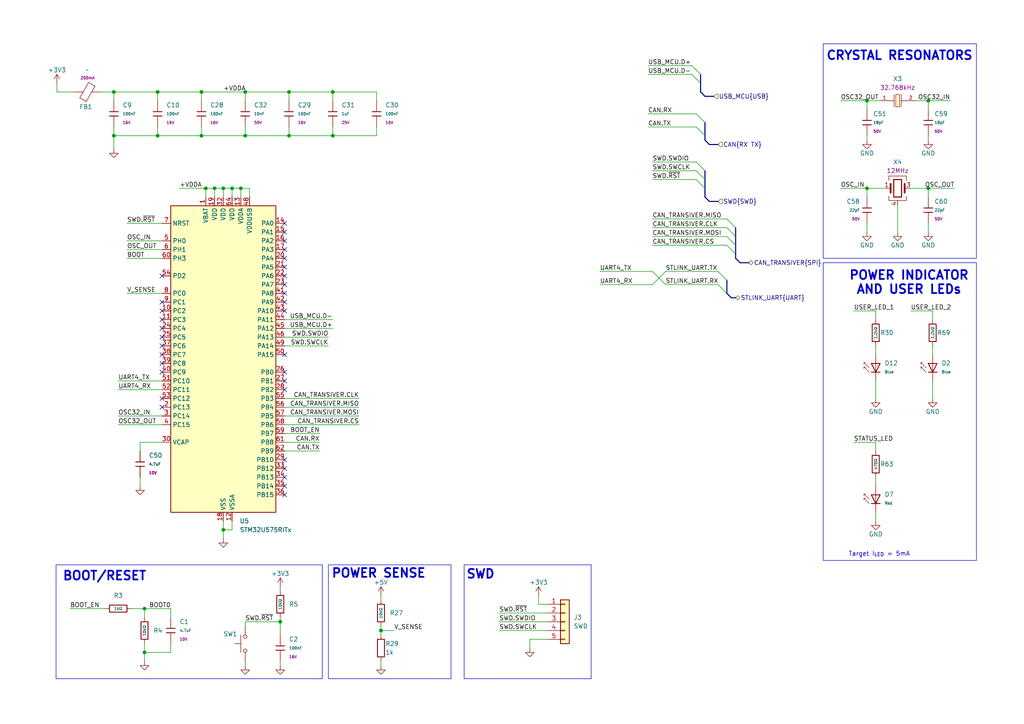
<source format=kicad_sch>
(kicad_sch (version 20231120) (generator "eeschema") (generator_version "8.0")
  (paper "A4")
  (title_block (title "MCU") (date "2025-01-10") (rev "1.0") (company "Patryk Dudziński") (comment 1 "Referenced on desing from Artem Horiunov, Dominik Pluta"))
  (junction (at 96.52 39.37))
  (junction (at 33.02 26.67))
  (junction (at 81.28 180.34))
  (junction (at 41.91 189.23))
  (junction (at 33.02 39.37))
  (junction (at 64.77 54.61))
  (junction (at 96.52 26.67))
  (junction (at 83.82 26.67))
  (junction (at 45.72 39.37))
  (junction (at 71.12 26.67))
  (junction (at 41.91 176.53))
  (junction (at 45.72 26.67))
  (junction (at 62.23 54.61))
  (junction (at 269.24 29.21))
  (junction (at 59.69 54.61))
  (junction (at 83.82 39.37))
  (junction (at 69.85 54.61))
  (junction (at 251.46 29.21))
  (junction (at 67.31 54.61))
  (junction (at 58.42 39.37))
  (junction (at 71.12 39.37))
  (junction (at 251.46 54.61))
  (junction (at 58.42 26.67))
  (junction (at 269.24 54.61))
  (junction (at 110.49 182.88))
  (junction (at 64.77 153.67))
  (no_connect (at 46.99 102.87))
  (no_connect (at 46.99 97.79))
  (no_connect (at 46.99 107.95))
  (no_connect (at 82.55 140.97))
  (no_connect (at 82.55 69.85))
  (no_connect (at 82.55 82.55))
  (no_connect (at 82.55 90.17))
  (no_connect (at 82.55 138.43))
  (no_connect (at 82.55 72.39))
  (no_connect (at 82.55 102.87))
  (no_connect (at 82.55 67.31))
  (no_connect (at 82.55 133.35))
  (no_connect (at 46.99 92.71))
  (no_connect (at 46.99 80.01))
  (no_connect (at 82.55 64.77))
  (no_connect (at 82.55 135.89))
  (no_connect (at 82.55 85.09))
  (no_connect (at 82.55 113.03))
  (no_connect (at 46.99 87.63))
  (no_connect (at 46.99 115.57))
  (no_connect (at 46.99 100.33))
  (no_connect (at 46.99 118.11))
  (no_connect (at 82.55 87.63))
  (no_connect (at 82.55 107.95))
  (no_connect (at 46.99 90.17))
  (no_connect (at 82.55 80.01))
  (no_connect (at 46.99 105.41))
  (no_connect (at 82.55 77.47))
  (no_connect (at 82.55 143.51))
  (no_connect (at 82.55 110.49))
  (no_connect (at 82.55 74.93))
  (no_connect (at 46.99 95.25))
  (bus_entry (at 201.93 46.99) (size 2.54 2.54))
  (bus_entry (at 213.36 73.66) (size -2.54 -2.54))
  (bus_entry (at 204.47 39.37) (size -2.54 -2.54))
  (bus_entry (at 203.2 24.13) (size -2.54 -2.54))
  (bus_entry (at 213.36 71.12) (size -2.54 -2.54))
  (bus_entry (at 201.93 49.53) (size 2.54 2.54))
  (bus_entry (at 210.82 85.09) (size -2.54 -2.54))
  (bus_entry (at 201.93 52.07) (size 2.54 2.54))
  (bus_entry (at 204.47 35.56) (size -2.54 -2.54))
  (bus_entry (at 203.2 21.59) (size -2.54 -2.54))
  (bus_entry (at 213.36 68.58) (size -2.54 -2.54))
  (bus_entry (at 213.36 66.04) (size -2.54 -2.54))
  (bus_entry (at 210.82 81.28) (size -2.54 -2.54))
  (wire (pts (xy 156.21 175.26) (xy 156.21 172.72)))
  (wire (pts (xy 158.75 185.42) (xy 153.67 185.42)))
  (bus (pts (xy 204.47 54.61) (xy 204.47 57.15)))
  (wire (pts (xy 158.75 175.26) (xy 156.21 175.26)))
  (wire (pts (xy 62.23 54.61) (xy 62.23 57.15)))
  (wire (pts (xy 71.12 193.04) (xy 71.12 191.77)))
  (wire (pts (xy 269.24 67.31) (xy 269.24 64.77)))
  (bus (pts (xy 213.36 74.93) (xy 213.36 73.66)))
  (bus (pts (xy 214.63 76.2) (xy 213.36 74.93)))
  (wire (pts (xy 173.99 82.55) (xy 189.23 82.55)))
  (bus (pts (xy 204.47 27.94) (xy 207.01 27.94)))
  (wire (pts (xy 41.91 189.23) (xy 41.91 191.77)))
  (wire (pts (xy 83.82 39.37) (xy 96.52 39.37)))
  (wire (pts (xy 81.28 180.34) (xy 81.28 184.15)))
  (bus (pts (xy 212.09 86.36) (xy 213.36 86.36)))
  (wire (pts (xy 110.49 181.61) (xy 110.49 182.88)))
  (wire (pts (xy 69.85 54.61) (xy 67.31 54.61)))
  (wire (pts (xy 64.77 151.13) (xy 64.77 153.67)))
  (wire (pts (xy 83.82 26.67) (xy 83.82 29.21)))
  (wire (pts (xy 254 100.33) (xy 254 102.87)))
  (wire (pts (xy 109.22 26.67) (xy 109.22 29.21)))
  (wire (pts (xy 251.46 40.64) (xy 251.46 39.37)))
  (wire (pts (xy 251.46 29.21) (xy 255.27 29.21)))
  (bus (pts (xy 213.36 66.04) (xy 213.36 68.58)))
  (wire (pts (xy 189.23 49.53) (xy 201.93 49.53)))
  (wire (pts (xy 251.46 54.61) (xy 256.54 54.61)))
  (wire (pts (xy 104.14 118.11) (xy 82.55 118.11)))
  (bus (pts (xy 205.74 41.91) (xy 208.28 41.91)))
  (wire (pts (xy 33.02 39.37) (xy 45.72 39.37)))
  (wire (pts (xy 29.21 26.67) (xy 33.02 26.67)))
  (wire (pts (xy 41.91 189.23) (xy 49.53 189.23)))
  (wire (pts (xy 269.24 54.61) (xy 276.86 54.61)))
  (bus (pts (xy 213.36 68.58) (xy 213.36 71.12)))
  (wire (pts (xy 59.69 54.61) (xy 59.69 57.15)))
  (wire (pts (xy 251.46 29.21) (xy 251.46 31.75)))
  (bus (pts (xy 205.74 41.91) (xy 204.47 40.64)))
  (bus (pts (xy 203.2 24.13) (xy 203.2 26.67)))
  (wire (pts (xy 67.31 54.61) (xy 64.77 54.61)))
  (wire (pts (xy 82.55 125.73) (xy 92.71 125.73)))
  (bus (pts (xy 205.74 58.42) (xy 204.47 57.15)))
  (wire (pts (xy 254 138.43) (xy 254 140.97)))
  (wire (pts (xy 82.55 100.33) (xy 95.25 100.33)))
  (wire (pts (xy 189.23 52.07) (xy 201.93 52.07)))
  (wire (pts (xy 193.04 78.74) (xy 189.23 82.55)))
  (wire (pts (xy 243.84 29.21) (xy 251.46 29.21)))
  (wire (pts (xy 36.83 69.85) (xy 46.99 69.85)))
  (wire (pts (xy 144.78 177.8) (xy 158.75 177.8)))
  (wire (pts (xy 193.04 82.55) (xy 208.28 82.55)))
  (wire (pts (xy 16.51 26.67) (xy 16.51 24.13)))
  (wire (pts (xy 104.14 123.19) (xy 82.55 123.19)))
  (wire (pts (xy 64.77 156.21) (xy 64.77 153.67)))
  (wire (pts (xy 33.02 36.83) (xy 33.02 39.37)))
  (wire (pts (xy 71.12 26.67) (xy 71.12 29.21)))
  (bus (pts (xy 212.09 86.36) (xy 210.82 85.09)))
  (wire (pts (xy 110.49 191.77) (xy 110.49 193.04)))
  (wire (pts (xy 72.39 54.61) (xy 69.85 54.61)))
  (wire (pts (xy 187.96 33.02) (xy 201.93 33.02)))
  (wire (pts (xy 83.82 26.67) (xy 96.52 26.67)))
  (wire (pts (xy 40.64 138.43) (xy 40.64 140.97)))
  (wire (pts (xy 189.23 71.12) (xy 210.82 71.12)))
  (wire (pts (xy 82.55 95.25) (xy 96.52 95.25)))
  (wire (pts (xy 58.42 36.83) (xy 58.42 39.37)))
  (wire (pts (xy 254 110.49) (xy 254 115.57)))
  (wire (pts (xy 270.51 110.49) (xy 270.51 115.57)))
  (polyline (pts (xy 134.62 196.85) (xy 171.45 196.85)))
  (wire (pts (xy 82.55 97.79) (xy 95.25 97.79)))
  (wire (pts (xy 251.46 67.31) (xy 251.46 64.77)))
  (wire (pts (xy 109.22 36.83) (xy 109.22 39.37)))
  (wire (pts (xy 189.23 78.74) (xy 193.04 82.55)))
  (wire (pts (xy 71.12 180.34) (xy 71.12 181.61)))
  (wire (pts (xy 67.31 151.13) (xy 67.31 153.67)))
  (wire (pts (xy 71.12 39.37) (xy 83.82 39.37)))
  (bus (pts (xy 210.82 81.28) (xy 210.82 85.09)))
  (wire (pts (xy 104.14 115.57) (xy 82.55 115.57)))
  (wire (pts (xy 81.28 191.77) (xy 81.28 193.04)))
  (wire (pts (xy 41.91 186.69) (xy 41.91 189.23)))
  (wire (pts (xy 269.24 29.21) (xy 269.24 31.75)))
  (wire (pts (xy 254 130.81) (xy 254 128.27)))
  (wire (pts (xy 41.91 176.53) (xy 49.53 176.53)))
  (wire (pts (xy 45.72 39.37) (xy 58.42 39.37)))
  (wire (pts (xy 96.52 39.37) (xy 109.22 39.37)))
  (wire (pts (xy 189.23 46.99) (xy 201.93 46.99)))
  (wire (pts (xy 64.77 54.61) (xy 62.23 54.61)))
  (bus (pts (xy 204.47 27.94) (xy 203.2 26.67)))
  (wire (pts (xy 264.16 90.17) (xy 270.51 90.17)))
  (wire (pts (xy 173.99 78.74) (xy 189.23 78.74)))
  (wire (pts (xy 45.72 36.83) (xy 45.72 39.37)))
  (bus (pts (xy 204.47 52.07) (xy 204.47 54.61)))
  (wire (pts (xy 34.29 113.03) (xy 46.99 113.03)))
  (wire (pts (xy 82.55 128.27) (xy 92.71 128.27)))
  (bus (pts (xy 203.2 21.59) (xy 203.2 24.13)))
  (wire (pts (xy 58.42 39.37) (xy 71.12 39.37)))
  (wire (pts (xy 67.31 54.61) (xy 67.31 57.15)))
  (wire (pts (xy 36.83 85.09) (xy 46.99 85.09)))
  (wire (pts (xy 71.12 36.83) (xy 71.12 39.37)))
  (wire (pts (xy 72.39 57.15) (xy 72.39 54.61)))
  (wire (pts (xy 265.43 29.21) (xy 269.24 29.21)))
  (polyline (pts (xy 134.62 196.85) (xy 134.62 163.83)))
  (wire (pts (xy 21.59 26.67) (xy 16.51 26.67)))
  (wire (pts (xy 81.28 170.18) (xy 81.28 171.45)))
  (wire (pts (xy 36.83 72.39) (xy 46.99 72.39)))
  (wire (pts (xy 200.66 19.05) (xy 187.96 19.05)))
  (wire (pts (xy 254 90.17) (xy 254 92.71)))
  (wire (pts (xy 189.23 68.58) (xy 210.82 68.58)))
  (wire (pts (xy 52.07 54.61) (xy 59.69 54.61)))
  (wire (pts (xy 34.29 110.49) (xy 46.99 110.49)))
  (wire (pts (xy 243.84 54.61) (xy 251.46 54.61)))
  (wire (pts (xy 71.12 180.34) (xy 81.28 180.34)))
  (wire (pts (xy 110.49 182.88) (xy 114.3 182.88)))
  (wire (pts (xy 144.78 180.34) (xy 158.75 180.34)))
  (wire (pts (xy 264.16 54.61) (xy 269.24 54.61)))
  (bus (pts (xy 204.47 52.07) (xy 204.47 49.53)))
  (wire (pts (xy 46.99 64.77) (xy 36.83 64.77)))
  (wire (pts (xy 69.85 57.15) (xy 69.85 54.61)))
  (wire (pts (xy 41.91 176.53) (xy 41.91 179.07)))
  (wire (pts (xy 189.23 63.5) (xy 210.82 63.5)))
  (wire (pts (xy 260.35 59.69) (xy 260.35 67.31)))
  (polyline (pts (xy 134.62 163.83) (xy 171.45 163.83)))
  (wire (pts (xy 193.04 78.74) (xy 208.28 78.74)))
  (wire (pts (xy 45.72 26.67) (xy 45.72 29.21)))
  (wire (pts (xy 58.42 26.67) (xy 71.12 26.67)))
  (wire (pts (xy 96.52 26.67) (xy 96.52 29.21)))
  (wire (pts (xy 34.29 120.65) (xy 46.99 120.65)))
  (bus (pts (xy 217.17 76.2) (xy 214.63 76.2)))
  (wire (pts (xy 82.55 92.71) (xy 96.52 92.71)))
  (wire (pts (xy 187.96 36.83) (xy 201.93 36.83)))
  (wire (pts (xy 62.23 54.61) (xy 59.69 54.61)))
  (wire (pts (xy 82.55 130.81) (xy 92.71 130.81)))
  (bus (pts (xy 205.74 58.42) (xy 208.28 58.42)))
  (bus (pts (xy 213.36 71.12) (xy 213.36 73.66)))
  (wire (pts (xy 33.02 26.67) (xy 45.72 26.67)))
  (wire (pts (xy 49.53 179.07) (xy 49.53 176.53)))
  (bus (pts (xy 204.47 39.37) (xy 204.47 40.64)))
  (wire (pts (xy 96.52 36.83) (xy 96.52 39.37)))
  (wire (pts (xy 33.02 39.37) (xy 33.02 43.18)))
  (wire (pts (xy 270.51 100.33) (xy 270.51 102.87)))
  (wire (pts (xy 110.49 182.88) (xy 110.49 184.15)))
  (wire (pts (xy 270.51 92.71) (xy 270.51 90.17)))
  (wire (pts (xy 46.99 74.93) (xy 36.83 74.93)))
  (wire (pts (xy 189.23 66.04) (xy 210.82 66.04)))
  (wire (pts (xy 38.1 176.53) (xy 41.91 176.53)))
  (wire (pts (xy 247.65 90.17) (xy 254 90.17)))
  (wire (pts (xy 269.24 40.64) (xy 269.24 39.37)))
  (wire (pts (xy 40.64 130.81) (xy 40.64 128.27)))
  (wire (pts (xy 34.29 123.19) (xy 46.99 123.19)))
  (wire (pts (xy 33.02 26.67) (xy 33.02 29.21)))
  (wire (pts (xy 200.66 21.59) (xy 187.96 21.59)))
  (wire (pts (xy 58.42 26.67) (xy 58.42 29.21)))
  (wire (pts (xy 49.53 186.69) (xy 49.53 189.23)))
  (wire (pts (xy 40.64 128.27) (xy 46.99 128.27)))
  (polyline (pts (xy 171.45 163.83) (xy 171.45 196.85)))
  (wire (pts (xy 247.65 128.27) (xy 254 128.27)))
  (wire (pts (xy 71.12 26.67) (xy 83.82 26.67)))
  (bus (pts (xy 204.47 35.56) (xy 204.47 39.37)))
  (wire (pts (xy 64.77 153.67) (xy 67.31 153.67)))
  (wire (pts (xy 20.32 176.53) (xy 30.48 176.53)))
  (wire (pts (xy 96.52 26.67) (xy 109.22 26.67)))
  (wire (pts (xy 45.72 26.67) (xy 58.42 26.67)))
  (wire (pts (xy 269.24 29.21) (xy 275.59 29.21)))
  (wire (pts (xy 153.67 185.42) (xy 153.67 187.96)))
  (wire (pts (xy 110.49 172.72) (xy 110.49 173.99)))
  (wire (pts (xy 144.78 182.88) (xy 158.75 182.88)))
  (wire (pts (xy 81.28 179.07) (xy 81.28 180.34)))
  (wire (pts (xy 254 148.59) (xy 254 151.13)))
  (wire (pts (xy 64.77 54.61) (xy 64.77 57.15)))
  (wire (pts (xy 269.24 54.61) (xy 269.24 57.15)))
  (wire (pts (xy 83.82 36.83) (xy 83.82 39.37)))
  (wire (pts (xy 104.14 120.65) (xy 82.55 120.65)))
  (wire (pts (xy 251.46 54.61) (xy 251.46 57.15)))
  (rectangle (start 238.76 12.7) (end 283.21 74.93))
  (rectangle (start 16.256 163.83) (end 93.472 196.85))
  (rectangle (start 238.76 76.2) (end 283.21 162.56))
  (rectangle (start 95.25 163.83) (end 130.81 196.85))
  (text "CRYSTAL RESONATORS" (at 239.522 16.256 0) (effects (font (size 2.54 2.54) (thickness 0.508) (bold yes)) (justify left)))
  (text "POWER SENSE" (at 96.012 167.894 0) (effects (font (size 2.54 2.54) (thickness 0.508) (bold yes)) (justify left bottom)))
  (text "POWER INDICATOR\nAND USER LEDs" (at 263.652 82.042 0) (effects (font (size 2.54 2.54) (thickness 0.508) (bold yes))))
  (text "Target I_{LED} = 5mA" (at 255.016 160.782 0) (effects (font (size 1.27 1.27))))
  (text "BOOT/RESET" (at 18.034 168.656 0) (effects (font (size 2.54 2.54) (thickness 0.508) (bold yes)) (justify left bottom)))
  (text "SWD" (at 135.128 168.148 0) (effects (font (size 2.54 2.54) (thickness 0.508) (bold yes)) (justify left bottom)))
  (label "UART4_TX" (at 173.99 78.74 0))
  (label "OSC_IN" (at 243.84 54.61 0))
  (label "UART4_TX" (at 34.29 110.49 0))
  (label "SWD.SWCLK" (at 144.78 182.88 0))
  (label "UART4_RX" (at 34.29 113.03 0))
  (label "CAN_TRANSIVER.MOSI" (at 189.23 68.58 0))
  (label "OSC32_IN" (at 275.59 29.21 180))
  (label "OSC32_OUT" (at 243.84 29.21 0))
  (label "STATUS_LED" (at 247.65 128.27 0))
  (label "SWD.SWDIO" (at 189.23 46.99 0))
  (label "SWD.~{RST}" (at 144.78 177.8 0))
  (label "BOOT_EN" (at 92.71 125.73 180))
  (label "USER_LED_2" (at 264.16 90.17 0))
  (label "BOOT0" (at 49.53 176.53 180))
  (label "+VDDA" (at 64.77 26.67 0))
  (label "USER_LED_1" (at 247.65 90.17 0))
  (label "OSC_IN" (at 36.83 69.85 0))
  (label "CAN.TX" (at 187.96 36.83 0))
  (label "OSC_OUT" (at 276.86 54.61 180))
  (label "OSC_OUT" (at 36.83 72.39 0))
  (label "STLINK_UART.TX" (at 193.04 78.74 0))
  (label "UART4_RX" (at 173.99 82.55 0))
  (label "USB_MCU.D-" (at 96.52 92.71 180))
  (label "STLINK_UART.RX" (at 193.04 82.55 0))
  (label "USB_MCU.D+" (at 187.96 19.05 0))
  (label "CAN_TRANSIVER.CLK" (at 104.14 115.57 180))
  (label "SWD.~{RST}" (at 36.83 64.77 0))
  (label "CAN_TRANSIVER.MISO" (at 189.23 63.5 0))
  (label "CAN_TRANSIVER.MISO" (at 104.14 118.11 180))
  (label "+VDDA" (at 52.07 54.61 0))
  (label "SWD.SWCLK" (at 189.23 49.53 0))
  (label "SWD.~{RST}" (at 189.23 52.07 0))
  (label "CAN.RX" (at 187.96 33.02 0))
  (label "CAN_TRANSIVER.CLK" (at 189.23 66.04 0))
  (label "BOOT_EN" (at 20.32 176.53 0))
  (label "USB_MCU.D+" (at 96.52 95.25 180))
  (label "SWD.SWDIO" (at 95.25 97.79 180))
  (label "SWD.~{RST}" (at 71.12 180.34 0))
  (label "SWD.SWDIO" (at 144.78 180.34 0))
  (label "CAN.TX" (at 92.71 130.81 180))
  (label "CAN_TRANSIVER.CS" (at 189.23 71.12 0))
  (label "BOOT" (at 36.83 74.93 0))
  (label "CAN_TRANSIVER.CS" (at 104.14 123.19 180))
  (label "USB_MCU.D-" (at 187.96 21.59 0))
  (label "V_SENSE" (at 114.3 182.88 0))
  (label "OSC32_OUT" (at 34.29 123.19 0))
  (label "V_SENSE" (at 36.83 85.09 0))
  (label "CAN_TRANSIVER.MOSI" (at 104.14 120.65 180))
  (label "OSC32_IN" (at 34.29 120.65 0))
  (label "CAN.RX" (at 92.71 128.27 180))
  (label "SWD.SWCLK" (at 95.25 100.33 180))
  (hierarchical_label "CAN{RX TX}" (shape input) (at 208.28 41.91 0))
  (hierarchical_label "SWD{SWD}" (shape input) (at 208.28 58.42 0))
  (hierarchical_label "CAN_TRANSIVER{SPI}" (shape bidirectional) (at 217.17 76.2 0))
  (hierarchical_label "USB_MCU{USB}" (shape input) (at 207.01 27.94 0))
  (hierarchical_label "STLINK_UART{UART}" (shape bidirectional) (at 213.36 86.36 0))
  (symbol (lib_id "power:GND") (at 33.02 43.18 0) (unit 1)
    (property "Reference" "#PWR082" (effects (hide yes)))
    (property "Value" "GND" (effects (hide yes)))
  )
  (symbol (lib_id "PCM_JLCPCB-Diodes:LED,0603,Red") (at 254 144.78 0) (unit 1)
    (property "Reference" "D7" (at 256.54 143.4146 0) (effects (justify left)))
    (property "Value" "Red" (at 256.54 145.9547 0) (effects (font (size 0.8 0.8)) (justify left)))
    (property "Footprint" "PCM_JLCPCB:D_0603" (effects (hide yes)))
    (property "Datasheet" "https://www.lcsc.com/datasheet/lcsc_datasheet_1810231112_Hubei-KENTO-Elec-KT-0603R_C2286.pdf" (effects (hide yes)))
    (property "Description" "-40°C~+85°C Red 0603 LED Indication - Discrete ROHS" (effects (hide yes)))
    (property "LCSC" "C2286" (effects (hide yes)))
    (property "Stock" "2201692" (effects (hide yes)))
    (property "Price" "0.009USD" (effects (hide yes)))
    (property "Process" "SMT" (effects (hide yes)))
    (property "Minimum Qty" "20" (effects (hide yes)))
    (property "Attrition Qty" "6" (effects (hide yes)))
    (property "Class" "Basic Component" (effects (hide yes)))
    (property "Category" "Optocouplers & LEDs & Infrared,Light Emitting Diodes (LED)" (effects (hide yes)))
    (property "Manufacturer" "Hubei KENTO Elec" (effects (hide yes)))
    (property "Part" "KT-0603R" (effects (hide yes)))
  )
  (symbol (lib_id "PCM_JLCPCB-Diodes:LED,0603,Blue") (at 270.51 106.68 0) (unit 1)
    (property "Reference" "D2" (at 273.05 105.3146 0) (effects (justify left)))
    (property "Value" "Blue" (at 273.05 107.8547 0) (effects (font (size 0.8 0.8)) (justify left)))
    (property "Footprint" "PCM_JLCPCB:D_0603" (effects (hide yes)))
    (property "Datasheet" "https://wmsc.lcsc.com/wmsc/upload/file/pdf/v2/lcsc/2205171716_Everlight-Elec-19-217-BHC-ZL1M2RY-6T_C2986058.pdf" (effects (hide yes)))
    (property "Description" "0603 LED Indication - Discrete ROHS" (effects (hide yes)))
    (property "LCSC" "C2986058" (effects (hide yes)))
    (property "Stock" "51749" (effects (hide yes)))
    (property "Price" "0.018USD" (effects (hide yes)))
    (property "Process" "SMT" (effects (hide yes)))
    (property "Minimum Qty" "20" (effects (hide yes)))
    (property "Attrition Qty" "8" (effects (hide yes)))
    (property "Class" "Preferred Component" (effects (hide yes)))
    (property "Category" "Solders / Accessories / Batteries,Pre-ordered Products" (effects (hide yes)))
    (property "Manufacturer" "Everlight Elec" (effects (hide yes)))
    (property "Part" "19-217/BHC-ZL1M2RY/6T" (effects (hide yes)))
  )
  (symbol (lib_id "PCM_JLCPCB-Resistors:0402,10kΩ") (at 41.91 182.88 0) (unit 1)
    (property "Reference" "R4" (at 44.45 182.8799 0) (effects (justify left)))
    (property "Value" "10kΩ" (at 41.91 182.88 90) (effects (font (size 0.8 0.8))))
    (property "Footprint" "PCM_JLCPCB:R_0402" (effects (hide yes)))
    (property "Datasheet" "https://www.lcsc.com/datasheet/lcsc_datasheet_2411221126_UNI-ROYAL-Uniroyal-Elec-0402WGF1002TCE_C25744.pdf" (effects (hide yes)))
    (property "Description" "62.5mW Thick Film Resistors 50V ±100ppm/°C ±1% 10kΩ 0402 Chip Resistor - Surface Mount ROHS" (effects (hide yes)))
    (property "LCSC" "C25744" (effects (hide yes)))
    (property "Stock" "10996280" (effects (hide yes)))
    (property "Price" "0.004USD" (effects (hide yes)))
    (property "Process" "SMT" (effects (hide yes)))
    (property "Minimum Qty" "5" (effects (hide yes)))
    (property "Attrition Qty" "0" (effects (hide yes)))
    (property "Class" "Basic Component" (effects (hide yes)))
    (property "Category" "Resistors,Chip Resistor - Surface Mount" (effects (hide yes)))
    (property "Manufacturer" "UNI-ROYAL(Uniroyal Elec)" (effects (hide yes)))
    (property "Part" "0402WGF1002TCE" (effects (hide yes)))
    (property "Resistance" "10kΩ" (effects (hide yes)))
    (property "Power(Watts)" "62.5mW" (effects (hide yes)))
    (property "Type" "Thick Film Resistors" (effects (hide yes)))
    (property "Overload Voltage (Max)" "50V" (effects (hide yes)))
    (property "Operating Temperature Range" "-55°C~+155°C" (effects (hide yes)))
    (property "Tolerance" "±1%" (effects (hide yes)))
    (property "Temperature Coefficient" "±100ppm/°C" (effects (hide yes)))
  )
  (symbol (lib_id "power:+5V") (at 110.49 172.72 0) (unit 1)
    (property "Reference" "#PWR04" (effects (hide yes)))
    (property "Value" "+5V" (at 110.49 168.91 0))
  )
  (symbol (lib_id "power:GND") (at 270.51 115.57 0) (unit 1)
    (property "Reference" "#PWR0119" (effects (hide yes)))
    (property "Value" "GND" (at 270.51 119.38 0))
    (property "Description" "Power symbol creates a global label with name \"GND\" , ground" (effects (hide yes)))
  )
  (symbol (lib_id "power:+3V3") (at 16.51 24.13 0) (unit 1)
    (property "Reference" "#PWR081" (effects (hide yes)))
    (property "Value" "+3V3" (at 16.51 20.32 0))
  )
  (symbol (lib_id "power:GND") (at 269.24 40.64 0) (unit 1)
    (property "Reference" "#PWR063" (effects (hide yes)))
    (property "Value" "GND" (at 269.24 44.45 0))
    (property "Description" "Power symbol creates a global label with name \"GND\" , ground" (effects (hide yes)))
  )
  (symbol (lib_id "PCM_JLCPCB-Capacitors:0402,100nF") (at 45.72 33.02 0) (unit 1)
    (property "Reference" "C10" (at 48.26 30.4799 0) (effects (justify left)))
    (property "Value" "100nF" (at 48.26 33.02 0) (effects (font (size 0.8 0.8)) (justify left)))
    (property "Footprint" "PCM_JLCPCB:C_0402" (effects (hide yes)))
    (property "Datasheet" "https://www.lcsc.com/datasheet/lcsc_datasheet_2304140030_Samsung-Electro-Mechanics-CL05B104KO5NNNC_C1525.pdf" (effects (hide yes)))
    (property "Description" "16V 100nF X7R ±10% 0402 Multilayer Ceramic Capacitors MLCC - SMD/SMT ROHS" (effects (hide yes)))
    (property "LCSC" "C1525" (effects (hide yes)))
    (property "Stock" "13402660" (effects (hide yes)))
    (property "Price" "0.004USD" (effects (hide yes)))
    (property "Process" "SMT" (effects (hide yes)))
    (property "Minimum Qty" "20" (effects (hide yes)))
    (property "Attrition Qty" "10" (effects (hide yes)))
    (property "Class" "Basic Component" (effects (hide yes)))
    (property "Category" "Capacitors,Multilayer Ceramic Capacitors MLCC - SMD/SMT" (effects (hide yes)))
    (property "Manufacturer" "Samsung Electro-Mechanics" (effects (hide yes)))
    (property "Part" "CL05B104KO5NNNC" (effects (hide yes)))
    (property "Voltage Rated" "16V" (at 48.26 35.56 0) (effects (font (size 0.8 0.8)) (justify left)))
    (property "Tolerance" "±10%" (effects (hide yes)))
    (property "Capacitance" "100nF" (effects (hide yes)))
    (property "Temperature Coefficient" "X7R" (effects (hide yes)))
  )
  (symbol (lib_id "PCM_JLCPCB-Capacitors:0402,22pF") (at 251.46 60.96 0) (unit 1)
    (property "Reference" "C58" (at 249.428 58.4199 0) (effects (justify right)))
    (property "Value" "22pF" (at 249.428 60.96 0) (effects (font (size 0.8 0.8)) (justify right)))
    (property "Footprint" "PCM_JLCPCB:C_0402" (effects (hide yes)))
    (property "Datasheet" "https://www.lcsc.com/datasheet/lcsc_datasheet_2304140030_FH--Guangdong-Fenghua-Advanced-Tech-0402CG220J500NT_C1555.pdf" (effects (hide yes)))
    (property "Description" "50V 22pF C0G ±5% 0402 Multilayer Ceramic Capacitors MLCC - SMD/SMT ROHS" (effects (hide yes)))
    (property "LCSC" "C1555" (effects (hide yes)))
    (property "Stock" "1656751" (effects (hide yes)))
    (property "Price" "0.004USD" (effects (hide yes)))
    (property "Process" "SMT" (effects (hide yes)))
    (property "Minimum Qty" "20" (effects (hide yes)))
    (property "Attrition Qty" "10" (effects (hide yes)))
    (property "Class" "Basic Component" (effects (hide yes)))
    (property "Category" "Capacitors,Multilayer Ceramic Capacitors MLCC - SMD/SMT" (effects (hide yes)))
    (property "Manufacturer" "FH(Guangdong Fenghua Advanced Tech)" (effects (hide yes)))
    (property "Part" "0402CG220J500NT" (effects (hide yes)))
    (property "Voltage Rated" "50V" (at 249.428 63.5 0) (effects (font (size 0.8 0.8)) (justify right)))
    (property "Tolerance" "±5%" (effects (hide yes)))
    (property "Capacitance" "22pF" (effects (hide yes)))
    (property "Temperature Coefficient" "C0G" (effects (hide yes)))
  )
  (symbol (lib_id "power:GND") (at 71.12 193.04 0) (unit 1)
    (property "Reference" "#PWR0100" (effects (hide yes)))
    (property "Value" "GND" (effects (hide yes)))
  )
  (symbol (lib_name "GND_1") (lib_id "power:GND") (at 40.64 140.97 0) (unit 1)
    (property "Reference" "#PWR058" (effects (hide yes)))
    (property "Value" "GND" (effects (hide yes)))
  )
  (symbol (lib_id "PCM_JLCPCB-Resistors:0402,470Ω") (at 254 134.62 0) (unit 1)
    (property "Reference" "R63" (at 255.27 134.62 0) (effects (justify left)))
    (property "Value" "470Ω" (at 254 134.62 90) (effects (font (size 0.8 0.8))))
    (property "Footprint" "PCM_JLCPCB:R_0402" (effects (hide yes)))
    (property "Datasheet" "https://www.lcsc.com/datasheet/lcsc_datasheet_2205311900_UNI-ROYAL-Uniroyal-Elec-0402WGF4700TCE_C25117.pdf" (effects (hide yes)))
    (property "Description" "62.5mW Thick Film Resistors 50V ±100ppm/°C ±1% 470Ω 0402 Chip Resistor - Surface Mount ROHS" (effects (hide yes)))
    (property "LCSC" "C25117" (effects (hide yes)))
    (property "Stock" "1552346" (effects (hide yes)))
    (property "Price" "0.004USD" (effects (hide yes)))
    (property "Process" "SMT" (effects (hide yes)))
    (property "Minimum Qty" "20" (effects (hide yes)))
    (property "Attrition Qty" "10" (effects (hide yes)))
    (property "Class" "Basic Component" (effects (hide yes)))
    (property "Category" "Resistors,Chip Resistor - Surface Mount" (effects (hide yes)))
    (property "Manufacturer" "UNI-ROYAL(Uniroyal Elec)" (effects (hide yes)))
    (property "Part" "0402WGF4700TCE" (effects (hide yes)))
    (property "Resistance" "470Ω" (effects (hide yes)))
    (property "Power(Watts)" "62.5mW" (effects (hide yes)))
    (property "Type" "Thick Film Resistors" (effects (hide yes)))
    (property "Overload Voltage (Max)" "50V" (effects (hide yes)))
    (property "Operating Temperature Range" "-55°C~+155°C" (effects (hide yes)))
    (property "Tolerance" "±1%" (effects (hide yes)))
    (property "Temperature Coefficient" "±100ppm/°C" (effects (hide yes)))
  )
  (symbol (lib_id "PCM_JLCPCB-Capacitors:0402,4.7uF") (at 49.53 182.88 0) (unit 1)
    (property "Reference" "C1" (at 52.07 180.3399 0) (effects (justify left)))
    (property "Value" "4.7uF" (at 52.07 182.88 0) (effects (font (size 0.8 0.8)) (justify left)))
    (property "Footprint" "PCM_JLCPCB:C_0402" (effects (hide yes)))
    (property "Datasheet" "https://www.lcsc.com/datasheet/lcsc_datasheet_2304140030_Samsung-Electro-Mechanics-CL05A475MP5NRNC_C23733.pdf" (effects (hide yes)))
    (property "Description" "10V 4.7uF X5R ±20% 0402 Multilayer Ceramic Capacitors MLCC - SMD/SMT ROHS" (effects (hide yes)))
    (property "LCSC" "C23733" (effects (hide yes)))
    (property "Stock" "1948380" (effects (hide yes)))
    (property "Price" "0.008USD" (effects (hide yes)))
    (property "Process" "SMT" (effects (hide yes)))
    (property "Minimum Qty" "20" (effects (hide yes)))
    (property "Attrition Qty" "10" (effects (hide yes)))
    (property "Class" "Basic Component" (effects (hide yes)))
    (property "Category" "Capacitors,Multilayer Ceramic Capacitors MLCC - SMD/SMT" (effects (hide yes)))
    (property "Manufacturer" "Samsung Electro-Mechanics" (effects (hide yes)))
    (property "Part" "CL05A475MP5NRNC" (effects (hide yes)))
    (property "Voltage Rated" "10V" (at 52.07 185.42 0) (effects (font (size 0.8 0.8)) (justify left)))
    (property "Tolerance" "±20%" (effects (hide yes)))
    (property "Capacitance" "4.7uF" (effects (hide yes)))
    (property "Temperature Coefficient" "X5R" (effects (hide yes)))
  )
  (symbol (lib_id "power:GND") (at 81.28 193.04 0) (unit 1)
    (property "Reference" "#PWR0105" (effects (hide yes)))
    (property "Value" "GND" (effects (hide yes)))
  )
  (symbol (lib_id "PCM_JLCPCB-Crystals:Crystal, 12MHz, 20pF") (at 260.35 54.61 0) (unit 1)
    (property "Reference" "X4" (at 260.35 46.99 0))
    (property "Value" "X322512MSB4SI" (effects (hide yes)))
    (property "Footprint" "PCM_JLCPCB:CRYSTAL-SMD_4P-L3.2-W2.5-BL" (effects (hide yes)))
    (property "Datasheet" "https://www.lcsc.com/datasheet/lcsc_datasheet_2403291504_YXC-Crystal-Oscillators-X322512MSB4SI_C9002.pdf" (effects (hide yes)))
    (property "Description" "12MHz Surface Mount Crystal 20pF ±10ppm ±20ppm SMD3225-4P Crystals ROHS" (effects (hide yes)))
    (property "LCSC" "C9002" (effects (hide yes)))
    (property "Stock" "388238" (effects (hide yes)))
    (property "Price" "0.074USD" (effects (hide yes)))
    (property "Process" "SMT" (effects (hide yes)))
    (property "Minimum Qty" "5" (effects (hide yes)))
    (property "Attrition Qty" "4" (effects (hide yes)))
    (property "Class" "Basic Component" (effects (hide yes)))
    (property "Category" "Crystals/Oscillators/Resonators,Crystals" (effects (hide yes)))
    (property "Manufacturer" "Yangxing Tech" (effects (hide yes)))
    (property "Part" "X322512MSB4SI" (effects (hide yes)))
    (property "Frequency" "12MHz" (at 260.35 49.53 0))
    (property "Frequency Stability" "±30ppm" (effects (hide yes)))
    (property "Operating Temperature" "-40°C~+85°C" (effects (hide yes)))
    (property "Frequency Tolerance" "±10ppm" (effects (hide yes)))
    (property "Crystal Type" "SMD Crystal Resonator" (effects (hide yes)))
    (property "Load Capacitance" "20pF" (effects (hide yes)))
  )
  (symbol (lib_name "GND_1") (lib_id "power:GND") (at 64.77 156.21 0) (unit 1)
    (property "Reference" "#PWR059" (effects (hide yes)))
    (property "Value" "GND" (effects (hide yes)))
  )
  (symbol (lib_id "power:GND") (at 254 151.13 0) (unit 1)
    (property "Reference" "#PWR0118" (effects (hide yes)))
    (property "Value" "GND" (at 254 154.94 0))
    (property "Description" "Power symbol creates a global label with name \"GND\" , ground" (effects (hide yes)))
  )
  (symbol (lib_id "PCM_JLCPCB-Capacitors:0402,22pF") (at 269.24 60.96 0) (unit 1)
    (property "Reference" "C60" (at 271.018 58.4199 0) (effects (justify left)))
    (property "Value" "22pF" (at 271.018 60.96 0) (effects (font (size 0.8 0.8)) (justify left)))
    (property "Footprint" "PCM_JLCPCB:C_0402" (effects (hide yes)))
    (property "Datasheet" "https://www.lcsc.com/datasheet/lcsc_datasheet_2304140030_FH--Guangdong-Fenghua-Advanced-Tech-0402CG220J500NT_C1555.pdf" (effects (hide yes)))
    (property "Description" "50V 22pF C0G ±5% 0402 Multilayer Ceramic Capacitors MLCC - SMD/SMT ROHS" (effects (hide yes)))
    (property "LCSC" "C1555" (effects (hide yes)))
    (property "Stock" "1656751" (effects (hide yes)))
    (property "Price" "0.004USD" (effects (hide yes)))
    (property "Process" "SMT" (effects (hide yes)))
    (property "Minimum Qty" "20" (effects (hide yes)))
    (property "Attrition Qty" "10" (effects (hide yes)))
    (property "Class" "Basic Component" (effects (hide yes)))
    (property "Category" "Capacitors,Multilayer Ceramic Capacitors MLCC - SMD/SMT" (effects (hide yes)))
    (property "Manufacturer" "FH(Guangdong Fenghua Advanced Tech)" (effects (hide yes)))
    (property "Part" "0402CG220J500NT" (effects (hide yes)))
    (property "Voltage Rated" "50V" (at 271.018 63.5 0) (effects (font (size 0.8 0.8)) (justify left)))
    (property "Tolerance" "±5%" (effects (hide yes)))
    (property "Capacitance" "22pF" (effects (hide yes)))
    (property "Temperature Coefficient" "C0G" (effects (hide yes)))
  )
  (symbol (lib_id "MCU_ST_STM32U5:STM32U575RITx") (at 64.77 105.41 0) (unit 1)
    (property "Reference" "U5" (at 69.5041 151.13 0) (effects (justify left)))
    (property "Value" "STM32U575RITx" (at 69.5041 153.67 0) (effects (justify left)))
    (property "Footprint" "Package_QFP:LQFP-64_10x10mm_P0.5mm" (effects (hide yes)))
    (property "Datasheet" "https://www.st.com/resource/en/datasheet/stm32u575ri.pdf" (effects (hide yes)))
    (property "Description" "STMicroelectronics Arm Cortex-M33 MCU, 2048KB flash, 786KB RAM, 160 MHz, 1.71-3.6V, 51 GPIO, LQFP64" (effects (hide yes)))
  )
  (symbol (lib_id "PCM_JLCPCB-Capacitors:0402,100nF") (at 109.22 33.02 0) (unit 1)
    (property "Reference" "C30" (at 111.76 30.4799 0) (effects (justify left)))
    (property "Value" "100nF" (at 111.76 33.02 0) (effects (font (size 0.8 0.8)) (justify left)))
    (property "Footprint" "PCM_JLCPCB:C_0402" (effects (hide yes)))
    (property "Datasheet" "https://www.lcsc.com/datasheet/lcsc_datasheet_2304140030_Samsung-Electro-Mechanics-CL05B104KO5NNNC_C1525.pdf" (effects (hide yes)))
    (property "Description" "16V 100nF X7R ±10% 0402 Multilayer Ceramic Capacitors MLCC - SMD/SMT ROHS" (effects (hide yes)))
    (property "LCSC" "C1525" (effects (hide yes)))
    (property "Stock" "13402660" (effects (hide yes)))
    (property "Price" "0.004USD" (effects (hide yes)))
    (property "Process" "SMT" (effects (hide yes)))
    (property "Minimum Qty" "20" (effects (hide yes)))
    (property "Attrition Qty" "10" (effects (hide yes)))
    (property "Class" "Basic Component" (effects (hide yes)))
    (property "Category" "Capacitors,Multilayer Ceramic Capacitors MLCC - SMD/SMT" (effects (hide yes)))
    (property "Manufacturer" "Samsung Electro-Mechanics" (effects (hide yes)))
    (property "Part" "CL05B104KO5NNNC" (effects (hide yes)))
    (property "Voltage Rated" "16V" (at 111.76 35.56 0) (effects (font (size 0.8 0.8)) (justify left)))
    (property "Tolerance" "±10%" (effects (hide yes)))
    (property "Capacitance" "100nF" (effects (hide yes)))
    (property "Temperature Coefficient" "X7R" (effects (hide yes)))
  )
  (symbol (lib_id "power:GND") (at 251.46 40.64 0) (unit 1)
    (property "Reference" "#PWR044" (effects (hide yes)))
    (property "Value" "GND" (at 251.46 44.45 0))
    (property "Description" "Power symbol creates a global label with name \"GND\" , ground" (effects (hide yes)))
  )
  (symbol (lib_id "power:GND") (at 110.49 193.04 0) (unit 1)
    (property "Reference" "#PWR043" (effects (hide yes)))
    (property "Value" "GND" (effects (hide yes)))
  )
  (symbol (lib_id "PCM_JLCPCB-Diodes:LED,0603,Blue") (at 254 106.68 0) (unit 1)
    (property "Reference" "D12" (at 256.54 105.3146 0) (effects (justify left)))
    (property "Value" "Blue" (at 256.54 107.8547 0) (effects (font (size 0.8 0.8)) (justify left)))
    (property "Footprint" "PCM_JLCPCB:D_0603" (effects (hide yes)))
    (property "Datasheet" "https://wmsc.lcsc.com/wmsc/upload/file/pdf/v2/lcsc/2205171716_Everlight-Elec-19-217-BHC-ZL1M2RY-6T_C2986058.pdf" (effects (hide yes)))
    (property "Description" "0603 LED Indication - Discrete ROHS" (effects (hide yes)))
    (property "LCSC" "C2986058" (effects (hide yes)))
    (property "Stock" "51749" (effects (hide yes)))
    (property "Price" "0.018USD" (effects (hide yes)))
    (property "Process" "SMT" (effects (hide yes)))
    (property "Minimum Qty" "20" (effects (hide yes)))
    (property "Attrition Qty" "8" (effects (hide yes)))
    (property "Class" "Preferred Component" (effects (hide yes)))
    (property "Category" "Solders / Accessories / Batteries,Pre-ordered Products" (effects (hide yes)))
    (property "Manufacturer" "Everlight Elec" (effects (hide yes)))
    (property "Part" "19-217/BHC-ZL1M2RY/6T" (effects (hide yes)))
  )
  (symbol (lib_id "power:GND") (at 254 115.57 0) (unit 1)
    (property "Reference" "#PWR087" (effects (hide yes)))
    (property "Value" "GND" (at 254 119.38 0))
    (property "Description" "Power symbol creates a global label with name \"GND\" , ground" (effects (hide yes)))
  )
  (symbol (lib_id "power:+3V3") (at 156.21 172.72 0) (unit 1)
    (property "Reference" "#PWR092" (effects (hide yes)))
    (property "Value" "+3V3" (at 156.21 168.91 0))
  )
  (symbol (lib_id "PCM_JLCPCB-Capacitors:0402,100nF") (at 58.42 33.02 0) (unit 1)
    (property "Reference" "C28" (at 60.96 30.4799 0) (effects (justify left)))
    (property "Value" "100nF" (at 60.96 33.02 0) (effects (font (size 0.8 0.8)) (justify left)))
    (property "Footprint" "PCM_JLCPCB:C_0402" (effects (hide yes)))
    (property "Datasheet" "https://www.lcsc.com/datasheet/lcsc_datasheet_2304140030_Samsung-Electro-Mechanics-CL05B104KO5NNNC_C1525.pdf" (effects (hide yes)))
    (property "Description" "16V 100nF X7R ±10% 0402 Multilayer Ceramic Capacitors MLCC - SMD/SMT ROHS" (effects (hide yes)))
    (property "LCSC" "C1525" (effects (hide yes)))
    (property "Stock" "13402660" (effects (hide yes)))
    (property "Price" "0.004USD" (effects (hide yes)))
    (property "Process" "SMT" (effects (hide yes)))
    (property "Minimum Qty" "20" (effects (hide yes)))
    (property "Attrition Qty" "10" (effects (hide yes)))
    (property "Class" "Basic Component" (effects (hide yes)))
    (property "Category" "Capacitors,Multilayer Ceramic Capacitors MLCC - SMD/SMT" (effects (hide yes)))
    (property "Manufacturer" "Samsung Electro-Mechanics" (effects (hide yes)))
    (property "Part" "CL05B104KO5NNNC" (effects (hide yes)))
    (property "Voltage Rated" "16V" (at 60.96 35.56 0) (effects (font (size 0.8 0.8)) (justify left)))
    (property "Tolerance" "±10%" (effects (hide yes)))
    (property "Capacitance" "100nF" (effects (hide yes)))
    (property "Temperature Coefficient" "X7R" (effects (hide yes)))
  )
  (symbol (lib_id "PCM_JLCPCB-Capacitors:0402,18pF") (at 251.46 35.56 0) (unit 1)
    (property "Reference" "C51" (at 253.238 33.02 0) (effects (justify left)))
    (property "Value" "18pF" (at 253.238 35.5601 0) (effects (font (size 0.8 0.8)) (justify left)))
    (property "Footprint" "PCM_JLCPCB:C_0402" (effects (hide yes)))
    (property "Datasheet" "https://www.lcsc.com/datasheet/lcsc_datasheet_2304140030_FH--Guangdong-Fenghua-Advanced-Tech-0402CG180J500NT_C1549.pdf" (effects (hide yes)))
    (property "Description" "50V 18pF C0G ±5% 0402 Multilayer Ceramic Capacitors MLCC - SMD/SMT ROHS" (effects (hide yes)))
    (property "LCSC" "C1549" (effects (hide yes)))
    (property "Stock" "582948" (effects (hide yes)))
    (property "Price" "0.004USD" (effects (hide yes)))
    (property "Process" "SMT" (effects (hide yes)))
    (property "Minimum Qty" "20" (effects (hide yes)))
    (property "Attrition Qty" "10" (effects (hide yes)))
    (property "Class" "Basic Component" (effects (hide yes)))
    (property "Category" "Capacitors,Multilayer Ceramic Capacitors MLCC - SMD/SMT" (effects (hide yes)))
    (property "Manufacturer" "FH(Guangdong Fenghua Advanced Tech)" (effects (hide yes)))
    (property "Part" "0402CG180J500NT" (effects (hide yes)))
    (property "Voltage Rated" "50V" (at 253.238 38.1001 0) (effects (font (size 0.8 0.8)) (justify left)))
    (property "Tolerance" "±5%" (effects (hide yes)))
    (property "Capacitance" "18pF" (effects (hide yes)))
    (property "Temperature Coefficient" "C0G" (effects (hide yes)))
  )
  (symbol (lib_id "PCM_JLCPCB-Capacitors:0402,100nF") (at 81.28 187.96 0) (unit 1)
    (property "Reference" "C2" (at 83.82 185.4199 0) (effects (justify left)))
    (property "Value" "100nF" (at 83.82 187.96 0) (effects (font (size 0.8 0.8)) (justify left)))
    (property "Footprint" "PCM_JLCPCB:C_0402" (effects (hide yes)))
    (property "Datasheet" "https://www.lcsc.com/datasheet/lcsc_datasheet_2304140030_Samsung-Electro-Mechanics-CL05B104KO5NNNC_C1525.pdf" (effects (hide yes)))
    (property "Description" "16V 100nF X7R ±10% 0402 Multilayer Ceramic Capacitors MLCC - SMD/SMT ROHS" (effects (hide yes)))
    (property "LCSC" "C1525" (effects (hide yes)))
    (property "Stock" "13402660" (effects (hide yes)))
    (property "Price" "0.004USD" (effects (hide yes)))
    (property "Process" "SMT" (effects (hide yes)))
    (property "Minimum Qty" "20" (effects (hide yes)))
    (property "Attrition Qty" "10" (effects (hide yes)))
    (property "Class" "Basic Component" (effects (hide yes)))
    (property "Category" "Capacitors,Multilayer Ceramic Capacitors MLCC - SMD/SMT" (effects (hide yes)))
    (property "Manufacturer" "Samsung Electro-Mechanics" (effects (hide yes)))
    (property "Part" "CL05B104KO5NNNC" (effects (hide yes)))
    (property "Voltage Rated" "16V" (at 83.82 190.5 0) (effects (font (size 0.8 0.8)) (justify left)))
    (property "Tolerance" "±10%" (effects (hide yes)))
    (property "Capacitance" "100nF" (effects (hide yes)))
    (property "Temperature Coefficient" "X7R" (effects (hide yes)))
  )
  (symbol (lib_id "Connector_Generic:Conn_01x05") (at 163.83 180.34 0) (unit 1)
    (property "Reference" "J3" (at 166.37 179.0699 0) (effects (justify left)))
    (property "Value" "SWD" (at 166.37 181.6099 0) (effects (justify left)))
    (property "Footprint" "Connector_PinSocket_2.54mm:PinSocket_1x05_P2.54mm_Vertical" (effects (hide yes)))
    (property "Description" "Generic connector, single row, 01x05, script generated (kicad-library-utils/schlib/autogen/connector/)" (effects (hide yes)))
  )
  (symbol (lib_id "PCM_JLCPCB-Resistors:0402,10kΩ") (at 81.28 175.26 0) (unit 1)
    (property "Reference" "R5" (at 83.82 175.2599 0) (effects (justify left)))
    (property "Value" "10kΩ" (at 81.28 175.26 90) (effects (font (size 0.8 0.8))))
    (property "Footprint" "PCM_JLCPCB:R_0402" (effects (hide yes)))
    (property "Datasheet" "https://www.lcsc.com/datasheet/lcsc_datasheet_2411221126_UNI-ROYAL-Uniroyal-Elec-0402WGF1002TCE_C25744.pdf" (effects (hide yes)))
    (property "Description" "62.5mW Thick Film Resistors 50V ±100ppm/°C ±1% 10kΩ 0402 Chip Resistor - Surface Mount ROHS" (effects (hide yes)))
    (property "LCSC" "C25744" (effects (hide yes)))
    (property "Stock" "10996280" (effects (hide yes)))
    (property "Price" "0.004USD" (effects (hide yes)))
    (property "Process" "SMT" (effects (hide yes)))
    (property "Minimum Qty" "5" (effects (hide yes)))
    (property "Attrition Qty" "0" (effects (hide yes)))
    (property "Class" "Basic Component" (effects (hide yes)))
    (property "Category" "Resistors,Chip Resistor - Surface Mount" (effects (hide yes)))
    (property "Manufacturer" "UNI-ROYAL(Uniroyal Elec)" (effects (hide yes)))
    (property "Part" "0402WGF1002TCE" (effects (hide yes)))
    (property "Resistance" "10kΩ" (effects (hide yes)))
    (property "Power(Watts)" "62.5mW" (effects (hide yes)))
    (property "Type" "Thick Film Resistors" (effects (hide yes)))
    (property "Overload Voltage (Max)" "50V" (effects (hide yes)))
    (property "Operating Temperature Range" "-55°C~+155°C" (effects (hide yes)))
    (property "Tolerance" "±1%" (effects (hide yes)))
    (property "Temperature Coefficient" "±100ppm/°C" (effects (hide yes)))
  )
  (symbol (lib_id "PCM_JLCPCB-Capacitors:0402,10nF") (at 71.12 33.02 0) (unit 1)
    (property "Reference" "C32" (at 73.66 30.4799 0) (effects (justify left)))
    (property "Value" "10nF" (at 73.66 33.02 0) (effects (font (size 0.8 0.8)) (justify left)))
    (property "Footprint" "PCM_JLCPCB:C_0402" (effects (hide yes)))
    (property "Datasheet" "https://www.lcsc.com/datasheet/lcsc_datasheet_2304140030_Samsung-Electro-Mechanics-CL05B103KB5NNNC_C15195.pdf" (effects (hide yes)))
    (property "Description" "50V 10nF X7R ±10% 0402 Multilayer Ceramic Capacitors MLCC - SMD/SMT ROHS" (effects (hide yes)))
    (property "LCSC" "C15195" (effects (hide yes)))
    (property "Stock" "3016449" (effects (hide yes)))
    (property "Price" "0.005USD" (effects (hide yes)))
    (property "Process" "SMT" (effects (hide yes)))
    (property "Minimum Qty" "20" (effects (hide yes)))
    (property "Attrition Qty" "10" (effects (hide yes)))
    (property "Class" "Basic Component" (effects (hide yes)))
    (property "Category" "Capacitors,Multilayer Ceramic Capacitors MLCC - SMD/SMT" (effects (hide yes)))
    (property "Manufacturer" "Samsung Electro-Mechanics" (effects (hide yes)))
    (property "Part" "CL05B103KB5NNNC" (effects (hide yes)))
    (property "Voltage Rated" "50V" (at 73.66 35.56 0) (effects (font (size 0.8 0.8)) (justify left)))
    (property "Tolerance" "±10%" (effects (hide yes)))
    (property "Capacitance" "10nF" (effects (hide yes)))
    (property "Temperature Coefficient" "X7R" (effects (hide yes)))
  )
  (symbol (lib_id "power:GND") (at 251.46 67.31 0) (unit 1)
    (property "Reference" "#PWR051" (effects (hide yes)))
    (property "Value" "GND" (at 251.46 71.12 0))
    (property "Description" "Power symbol creates a global label with name \"GND\" , ground" (effects (hide yes)))
  )
  (symbol (lib_id "Switch:SW_Push") (at 71.12 186.69 90) (unit 1)
    (property "Reference" "SW1" (at 64.77 183.896 90) (effects (justify right)))
    (property "Value" "SW_Push" (effects (hide yes)))
    (property "Footprint" "lib:TS1088R02026" (effects (hide yes)))
    (property "LCSC" "C455280" (effects (hide yes)))
  )
  (symbol (lib_id "PCM_JLCPCB-Resistors:0402,1.2kΩ") (at 254 96.52 0) (unit 1)
    (property "Reference" "R30" (at 255.27 96.52 0) (effects (justify left)))
    (property "Value" "1.2kΩ" (at 254 96.52 90) (effects (font (size 0.8 0.8))))
    (property "Footprint" "PCM_JLCPCB:R_0402" (effects (hide yes)))
    (property "Datasheet" "https://www.lcsc.com/datasheet/lcsc_datasheet_2206010045_UNI-ROYAL-Uniroyal-Elec-0402WGF1201TCE_C25862.pdf" (effects (hide yes)))
    (property "Description" "62.5mW Thick Film Resistors 50V ±100ppm/°C ±1% 1.2kΩ 0402 Chip Resistor - Surface Mount ROHS" (effects (hide yes)))
    (property "LCSC" "C25862" (effects (hide yes)))
    (property "Stock" "236021" (effects (hide yes)))
    (property "Price" "0.004USD" (effects (hide yes)))
    (property "Process" "SMT" (effects (hide yes)))
    (property "Minimum Qty" "20" (effects (hide yes)))
    (property "Attrition Qty" "10" (effects (hide yes)))
    (property "Class" "Preferred Component" (effects (hide yes)))
    (property "Category" "Resistors,Chip Resistor - Surface Mount" (effects (hide yes)))
    (property "Manufacturer" "UNI-ROYAL(Uniroyal Elec)" (effects (hide yes)))
    (property "Part" "0402WGF1201TCE" (effects (hide yes)))
    (property "Resistance" "1.2kΩ" (effects (hide yes)))
    (property "Power(Watts)" "62.5mW" (effects (hide yes)))
    (property "Type" "Thick Film Resistors" (effects (hide yes)))
    (property "Overload Voltage (Max)" "50V" (effects (hide yes)))
    (property "Operating Temperature Range" "-55°C~+155°C" (effects (hide yes)))
    (property "Tolerance" "±1%" (effects (hide yes)))
    (property "Temperature Coefficient" "±100ppm/°C" (effects (hide yes)))
  )
  (symbol (lib_id "PCM_JLCPCB-Capacitors:0402,1uF") (at 96.52 33.02 0) (unit 1)
    (property "Reference" "C31" (at 99.06 30.4799 0) (effects (justify left)))
    (property "Value" "1uF" (at 99.06 33.02 0) (effects (font (size 0.8 0.8)) (justify left)))
    (property "Footprint" "PCM_JLCPCB:C_0402" (effects (hide yes)))
    (property "Datasheet" "https://www.lcsc.com/datasheet/lcsc_datasheet_2304140030_Samsung-Electro-Mechanics-CL05A105KA5NQNC_C52923.pdf" (effects (hide yes)))
    (property "Description" "25V 1uF X5R ±10% 0402 Multilayer Ceramic Capacitors MLCC - SMD/SMT ROHS" (effects (hide yes)))
    (property "LCSC" "C52923" (effects (hide yes)))
    (property "Stock" "5087561" (effects (hide yes)))
    (property "Price" "0.006USD" (effects (hide yes)))
    (property "Process" "SMT" (effects (hide yes)))
    (property "Minimum Qty" "20" (effects (hide yes)))
    (property "Attrition Qty" "10" (effects (hide yes)))
    (property "Class" "Basic Component" (effects (hide yes)))
    (property "Category" "Capacitors,Multilayer Ceramic Capacitors MLCC - SMD/SMT" (effects (hide yes)))
    (property "Manufacturer" "Samsung Electro-Mechanics" (effects (hide yes)))
    (property "Part" "CL05A105KA5NQNC" (effects (hide yes)))
    (property "Voltage Rated" "25V" (at 99.06 35.56 0) (effects (font (size 0.8 0.8)) (justify left)))
    (property "Tolerance" "±10%" (effects (hide yes)))
    (property "Capacitance" "1uF" (effects (hide yes)))
    (property "Temperature Coefficient" "X5R" (effects (hide yes)))
  )
  (symbol (lib_id "PCM_JLCPCB-Inductors:Ferrite,0603") (at 25.4 26.67 90) (unit 1)
    (property "Reference" "FB1" (at 24.892 30.988 90))
    (property "Value" "~" (at 25.3492 20.32 90) (effects (font (size 0.8 0.8))))
    (property "Footprint" "PCM_JLCPCB:FB_0603" (effects (hide yes)))
    (property "Datasheet" "https://www.lcsc.com/datasheet/lcsc_datasheet_2310301640_Sunlord-GZ1608D601TF_C1002.pdf" (effects (hide yes)))
    (property "Description" "450mΩ ±25% 600Ω@100MHz 0603 Ferrite Beads ROHS" (effects (hide yes)))
    (property "LCSC" "C1002" (effects (hide yes)))
    (property "Stock" "566989" (effects (hide yes)))
    (property "Price" "0.010USD" (effects (hide yes)))
    (property "Process" "SMT" (effects (hide yes)))
    (property "Minimum Qty" "20" (effects (hide yes)))
    (property "Attrition Qty" "6" (effects (hide yes)))
    (property "Class" "Basic Component" (effects (hide yes)))
    (property "Category" "Filters/EMI Optimization,Ferrite Beads" (effects (hide yes)))
    (property "Manufacturer" "Sunlord" (effects (hide yes)))
    (property "Part" "GZ1608D601TF" (effects (hide yes)))
    (property "DC Resistance" "450mΩ" (effects (hide yes)))
    (property "Impedance @ Frequency" "600Ω@100MHz" (effects (hide yes)))
    (property "Circuits" "1" (effects (hide yes)))
    (property "Current Rating" "200mA" (at 25.4 22.606 90) (effects (font (size 0.8 0.8))))
    (property "Tolerance" "±25%" (effects (hide yes)))
  )
  (symbol (lib_id "PCM_JLCPCB-Crystals:Crystal, 32.768kHz, 13pF") (at 260.35 29.21 0) (unit 1)
    (property "Reference" "X3" (at 260.35 22.86 0))
    (property "Value" "Q13FC1350000400" (effects (hide yes)))
    (property "Footprint" "PCM_JLCPCB:FC-135R_L3.2-W1.5" (effects (hide yes)))
    (property "Datasheet" "https://www.lcsc.com/datasheet/lcsc_datasheet_2404180925_Seiko-Epson-Q13FC13500004_C32346.pdf" (effects (hide yes)))
    (property "Description" "32.768kHz Surface Mount Crystal 12.5pF ±20ppm SMD3215-2P Crystals ROHS" (effects (hide yes)))
    (property "LCSC" "C32346" (effects (hide yes)))
    (property "Stock" "185543" (effects (hide yes)))
    (property "Price" "0.174USD" (effects (hide yes)))
    (property "Process" "SMT" (effects (hide yes)))
    (property "Minimum Qty" "1" (effects (hide yes)))
    (property "Attrition Qty" "0" (effects (hide yes)))
    (property "Class" "Basic Component" (effects (hide yes)))
    (property "Category" "Crystals/Oscillators/Resonators,Crystals" (effects (hide yes)))
    (property "Manufacturer" "Seiko Epson" (effects (hide yes)))
    (property "Part" "Q13FC13500004" (effects (hide yes)))
    (property "Frequency" "32.768kHz" (at 260.35 25.4 0))
    (property "Equivalent Series Resistance (Esr)" "70kΩ" (effects (hide yes)))
    (property "Operating Temperature" "-40°C~+85°C" (effects (hide yes)))
    (property "Frequency Tolerance" "±20ppm" (effects (hide yes)))
    (property "Crystal Type" "SMD Crystal Resonator" (effects (hide yes)))
    (property "Load Capacitance" "12.5pF" (effects (hide yes)))
  )
  (symbol (lib_id "power:GND") (at 153.67 187.96 0) (unit 1)
    (property "Reference" "#PWR091" (effects (hide yes)))
    (property "Value" "GND" (effects (hide yes)))
  )
  (symbol (lib_id "PCM_JLCPCB-Capacitors:0402,100nF") (at 33.02 33.02 0) (unit 1)
    (property "Reference" "C9" (at 35.56 30.4799 0) (effects (justify left)))
    (property "Value" "100nF" (at 35.56 33.02 0) (effects (font (size 0.8 0.8)) (justify left)))
    (property "Footprint" "PCM_JLCPCB:C_0402" (effects (hide yes)))
    (property "Datasheet" "https://www.lcsc.com/datasheet/lcsc_datasheet_2304140030_Samsung-Electro-Mechanics-CL05B104KO5NNNC_C1525.pdf" (effects (hide yes)))
    (property "Description" "16V 100nF X7R ±10% 0402 Multilayer Ceramic Capacitors MLCC - SMD/SMT ROHS" (effects (hide yes)))
    (property "LCSC" "C1525" (effects (hide yes)))
    (property "Stock" "13402660" (effects (hide yes)))
    (property "Price" "0.004USD" (effects (hide yes)))
    (property "Process" "SMT" (effects (hide yes)))
    (property "Minimum Qty" "20" (effects (hide yes)))
    (property "Attrition Qty" "10" (effects (hide yes)))
    (property "Class" "Basic Component" (effects (hide yes)))
    (property "Category" "Capacitors,Multilayer Ceramic Capacitors MLCC - SMD/SMT" (effects (hide yes)))
    (property "Manufacturer" "Samsung Electro-Mechanics" (effects (hide yes)))
    (property "Part" "CL05B104KO5NNNC" (effects (hide yes)))
    (property "Voltage Rated" "16V" (at 35.56 35.56 0) (effects (font (size 0.8 0.8)) (justify left)))
    (property "Tolerance" "±10%" (effects (hide yes)))
    (property "Capacitance" "100nF" (effects (hide yes)))
    (property "Temperature Coefficient" "X7R" (effects (hide yes)))
  )
  (symbol (lib_id "PCM_JLCPCB-Capacitors:0402,18pF") (at 269.24 35.56 0) (unit 1)
    (property "Reference" "C59" (at 271.018 33.0199 0) (effects (justify left)))
    (property "Value" "18pF" (at 271.018 35.56 0) (effects (font (size 0.8 0.8)) (justify left)))
    (property "Footprint" "PCM_JLCPCB:C_0402" (effects (hide yes)))
    (property "Datasheet" "https://www.lcsc.com/datasheet/lcsc_datasheet_2304140030_FH--Guangdong-Fenghua-Advanced-Tech-0402CG180J500NT_C1549.pdf" (effects (hide yes)))
    (property "Description" "50V 18pF C0G ±5% 0402 Multilayer Ceramic Capacitors MLCC - SMD/SMT ROHS" (effects (hide yes)))
    (property "LCSC" "C1549" (effects (hide yes)))
    (property "Stock" "582948" (effects (hide yes)))
    (property "Price" "0.004USD" (effects (hide yes)))
    (property "Process" "SMT" (effects (hide yes)))
    (property "Minimum Qty" "20" (effects (hide yes)))
    (property "Attrition Qty" "10" (effects (hide yes)))
    (property "Class" "Basic Component" (effects (hide yes)))
    (property "Category" "Capacitors,Multilayer Ceramic Capacitors MLCC - SMD/SMT" (effects (hide yes)))
    (property "Manufacturer" "FH(Guangdong Fenghua Advanced Tech)" (effects (hide yes)))
    (property "Part" "0402CG180J500NT" (effects (hide yes)))
    (property "Voltage Rated" "50V" (at 271.018 38.1 0) (effects (font (size 0.8 0.8)) (justify left)))
    (property "Tolerance" "±5%" (effects (hide yes)))
    (property "Capacitance" "18pF" (effects (hide yes)))
    (property "Temperature Coefficient" "C0G" (effects (hide yes)))
  )
  (symbol (lib_id "power:GND") (at 269.24 67.31 0) (unit 1)
    (property "Reference" "#PWR065" (effects (hide yes)))
    (property "Value" "GND" (at 269.24 71.12 0))
    (property "Description" "Power symbol creates a global label with name \"GND\" , ground" (effects (hide yes)))
  )
  (symbol (lib_id "PCM_JLCPCB-Resistors:0402,10kΩ") (at 110.49 177.8 0) (unit 1)
    (property "Reference" "R27" (at 113.03 177.7999 0) (effects (justify left)))
    (property "Value" "10kΩ" (at 110.49 177.8 90) (effects (font (size 0.8 0.8))))
    (property "Footprint" "PCM_JLCPCB:R_0402" (effects (hide yes)))
    (property "Datasheet" "https://www.lcsc.com/datasheet/lcsc_datasheet_2411221126_UNI-ROYAL-Uniroyal-Elec-0402WGF1002TCE_C25744.pdf" (effects (hide yes)))
    (property "Description" "62.5mW Thick Film Resistors 50V ±100ppm/°C ±1% 10kΩ 0402 Chip Resistor - Surface Mount ROHS" (effects (hide yes)))
    (property "LCSC" "C25744" (effects (hide yes)))
    (property "Stock" "14945978" (effects (hide yes)))
    (property "Price" "0.004USD" (effects (hide yes)))
    (property "Process" "SMT" (effects (hide yes)))
    (property "Minimum Qty" "5" (effects (hide yes)))
    (property "Attrition Qty" "0" (effects (hide yes)))
    (property "Class" "Basic Component" (effects (hide yes)))
    (property "Category" "Resistors,Chip Resistor - Surface Mount" (effects (hide yes)))
    (property "Manufacturer" "UNI-ROYAL(Uniroyal Elec)" (effects (hide yes)))
    (property "Part" "0402WGF1002TCE" (effects (hide yes)))
    (property "Resistance" "10kΩ" (effects (hide yes)))
    (property "Power(Watts)" "62.5mW" (effects (hide yes)))
    (property "Type" "Thick Film Resistors" (effects (hide yes)))
    (property "Overload Voltage (Max)" "50V" (effects (hide yes)))
    (property "Operating Temperature Range" "-55°C~+155°C" (effects (hide yes)))
    (property "Tolerance" "±1%" (effects (hide yes)))
    (property "Temperature Coefficient" "±100ppm/°C" (effects (hide yes)))
  )
  (symbol (lib_id "power:GND") (at 41.91 191.77 0) (unit 1)
    (property "Reference" "#PWR094" (effects (hide yes)))
    (property "Value" "GND" (effects (hide yes)))
  )
  (symbol (lib_id "PCM_JLCPCB-Capacitors:0402,100nF") (at 83.82 33.02 0) (unit 1)
    (property "Reference" "C29" (at 86.36 30.4799 0) (effects (justify left)))
    (property "Value" "100nF" (at 86.36 33.02 0) (effects (font (size 0.8 0.8)) (justify left)))
    (property "Footprint" "PCM_JLCPCB:C_0402" (effects (hide yes)))
    (property "Datasheet" "https://www.lcsc.com/datasheet/lcsc_datasheet_2304140030_Samsung-Electro-Mechanics-CL05B104KO5NNNC_C1525.pdf" (effects (hide yes)))
    (property "Description" "16V 100nF X7R ±10% 0402 Multilayer Ceramic Capacitors MLCC - SMD/SMT ROHS" (effects (hide yes)))
    (property "LCSC" "C1525" (effects (hide yes)))
    (property "Stock" "13402660" (effects (hide yes)))
    (property "Price" "0.004USD" (effects (hide yes)))
    (property "Process" "SMT" (effects (hide yes)))
    (property "Minimum Qty" "20" (effects (hide yes)))
    (property "Attrition Qty" "10" (effects (hide yes)))
    (property "Class" "Basic Component" (effects (hide yes)))
    (property "Category" "Capacitors,Multilayer Ceramic Capacitors MLCC - SMD/SMT" (effects (hide yes)))
    (property "Manufacturer" "Samsung Electro-Mechanics" (effects (hide yes)))
    (property "Part" "CL05B104KO5NNNC" (effects (hide yes)))
    (property "Voltage Rated" "16V" (at 86.36 35.56 0) (effects (font (size 0.8 0.8)) (justify left)))
    (property "Tolerance" "±10%" (effects (hide yes)))
    (property "Capacitance" "100nF" (effects (hide yes)))
    (property "Temperature Coefficient" "X7R" (effects (hide yes)))
  )
  (symbol (lib_id "PCM_JLCPCB-Resistors:0402,1.2kΩ") (at 270.51 96.52 0) (unit 1)
    (property "Reference" "R69" (at 271.78 96.52 0) (effects (justify left)))
    (property "Value" "1.2kΩ" (at 270.51 96.52 90) (effects (font (size 0.8 0.8))))
    (property "Footprint" "PCM_JLCPCB:R_0402" (effects (hide yes)))
    (property "Datasheet" "https://www.lcsc.com/datasheet/lcsc_datasheet_2206010045_UNI-ROYAL-Uniroyal-Elec-0402WGF1201TCE_C25862.pdf" (effects (hide yes)))
    (property "Description" "62.5mW Thick Film Resistors 50V ±100ppm/°C ±1% 1.2kΩ 0402 Chip Resistor - Surface Mount ROHS" (effects (hide yes)))
    (property "LCSC" "C25862" (effects (hide yes)))
    (property "Stock" "236021" (effects (hide yes)))
    (property "Price" "0.004USD" (effects (hide yes)))
    (property "Process" "SMT" (effects (hide yes)))
    (property "Minimum Qty" "20" (effects (hide yes)))
    (property "Attrition Qty" "10" (effects (hide yes)))
    (property "Class" "Preferred Component" (effects (hide yes)))
    (property "Category" "Resistors,Chip Resistor - Surface Mount" (effects (hide yes)))
    (property "Manufacturer" "UNI-ROYAL(Uniroyal Elec)" (effects (hide yes)))
    (property "Part" "0402WGF1201TCE" (effects (hide yes)))
    (property "Resistance" "1.2kΩ" (effects (hide yes)))
    (property "Power(Watts)" "62.5mW" (effects (hide yes)))
    (property "Type" "Thick Film Resistors" (effects (hide yes)))
    (property "Overload Voltage (Max)" "50V" (effects (hide yes)))
    (property "Operating Temperature Range" "-55°C~+155°C" (effects (hide yes)))
    (property "Tolerance" "±1%" (effects (hide yes)))
    (property "Temperature Coefficient" "±100ppm/°C" (effects (hide yes)))
  )
  (symbol (lib_id "PCM_JLCPCB-Capacitors:0402,4.7uF") (at 40.64 134.62 0) (unit 1)
    (property "Reference" "C50" (at 43.18 132.0799 0) (effects (justify left)))
    (property "Value" "4.7uF" (at 43.18 134.62 0) (effects (font (size 0.8 0.8)) (justify left)))
    (property "Footprint" "PCM_JLCPCB:C_0402" (effects (hide yes)))
    (property "Datasheet" "https://www.lcsc.com/datasheet/lcsc_datasheet_2304140030_Samsung-Electro-Mechanics-CL05A475MP5NRNC_C23733.pdf" (effects (hide yes)))
    (property "Description" "10V 4.7uF X5R ±20% 0402 Multilayer Ceramic Capacitors MLCC - SMD/SMT ROHS" (effects (hide yes)))
    (property "LCSC" "C23733" (effects (hide yes)))
    (property "Stock" "1948380" (effects (hide yes)))
    (property "Price" "0.008USD" (effects (hide yes)))
    (property "Process" "SMT" (effects (hide yes)))
    (property "Minimum Qty" "20" (effects (hide yes)))
    (property "Attrition Qty" "10" (effects (hide yes)))
    (property "Class" "Basic Component" (effects (hide yes)))
    (property "Category" "Capacitors,Multilayer Ceramic Capacitors MLCC - SMD/SMT" (effects (hide yes)))
    (property "Manufacturer" "Samsung Electro-Mechanics" (effects (hide yes)))
    (property "Part" "CL05A475MP5NRNC" (effects (hide yes)))
    (property "Voltage Rated" "10V" (at 43.18 137.16 0) (effects (font (size 0.8 0.8)) (justify left)))
    (property "Tolerance" "±20%" (effects (hide yes)))
    (property "Capacitance" "4.7uF" (effects (hide yes)))
    (property "Temperature Coefficient" "X5R" (effects (hide yes)))
  )
  (symbol (lib_id "power:+3V3") (at 81.28 170.18 0) (unit 1)
    (property "Reference" "#PWR0101" (effects (hide yes)))
    (property "Value" "+3V3" (at 81.28 166.37 0))
  )
  (symbol (lib_id "Device:R") (at 110.49 187.96 0) (unit 1)
    (property "Reference" "R29" (at 111.76 186.69 0) (effects (justify left)))
    (property "Value" "1k" (at 111.76 189.23 0) (effects (justify left)))
    (property "Footprint" "Resistor_SMD:R_0402_1005Metric" (effects (hide yes)))
  )
  (symbol (lib_id "power:GND") (at 260.35 67.31 0) (unit 1)
    (property "Reference" "#PWR062" (effects (hide yes)))
    (property "Value" "GND" (at 260.35 71.12 0))
    (property "Description" "Power symbol creates a global label with name \"GND\" , ground" (effects (hide yes)))
  )
  (symbol (lib_id "PCM_JLCPCB-Resistors:0402,1kΩ") (at 34.29 176.53 90) (unit 1)
    (property "Reference" "R3" (at 34.29 172.72 90))
    (property "Value" "1kΩ" (at 34.29 176.53 90) (effects (font (size 0.8 0.8))))
    (property "Footprint" "PCM_JLCPCB:R_0402" (effects (hide yes)))
    (property "Datasheet" "https://www.lcsc.com/datasheet/lcsc_datasheet_2206010216_UNI-ROYAL-Uniroyal-Elec-0402WGF1001TCE_C11702.pdf" (effects (hide yes)))
    (property "Description" "62.5mW Thick Film Resistors 50V ±100ppm/°C ±1% 1kΩ 0402 Chip Resistor - Surface Mount ROHS" (effects (hide yes)))
    (property "LCSC" "C11702" (effects (hide yes)))
    (property "Stock" "8409464" (effects (hide yes)))
    (property "Price" "0.004USD" (effects (hide yes)))
    (property "Process" "SMT" (effects (hide yes)))
    (property "Minimum Qty" "20" (effects (hide yes)))
    (property "Attrition Qty" "10" (effects (hide yes)))
    (property "Class" "Basic Component" (effects (hide yes)))
    (property "Category" "Resistors,Chip Resistor - Surface Mount" (effects (hide yes)))
    (property "Manufacturer" "UNI-ROYAL(Uniroyal Elec)" (effects (hide yes)))
    (property "Part" "0402WGF1001TCE" (effects (hide yes)))
    (property "Resistance" "1kΩ" (effects (hide yes)))
    (property "Power(Watts)" "62.5mW" (effects (hide yes)))
    (property "Type" "Thick Film Resistors" (effects (hide yes)))
    (property "Overload Voltage (Max)" "50V" (effects (hide yes)))
    (property "Operating Temperature Range" "-55°C~+155°C" (effects (hide yes)))
    (property "Tolerance" "±1%" (effects (hide yes)))
    (property "Temperature Coefficient" "±100ppm/°C" (effects (hide yes)))
  )
)
</source>
